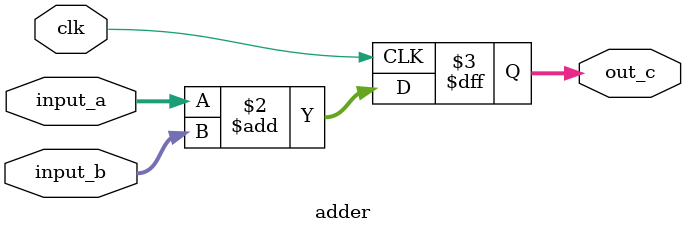
<source format=v>
module adder(input_a,input_b,out_c,clk);
  input [1:0] input_a,input_b;
  input clk;
  output reg [2:0] out_c;
  
  //always@(input_a,input_b)
  always@(posedge clk)
    begin
      out_c=input_a+input_b;
    end
  
endmodule

</source>
